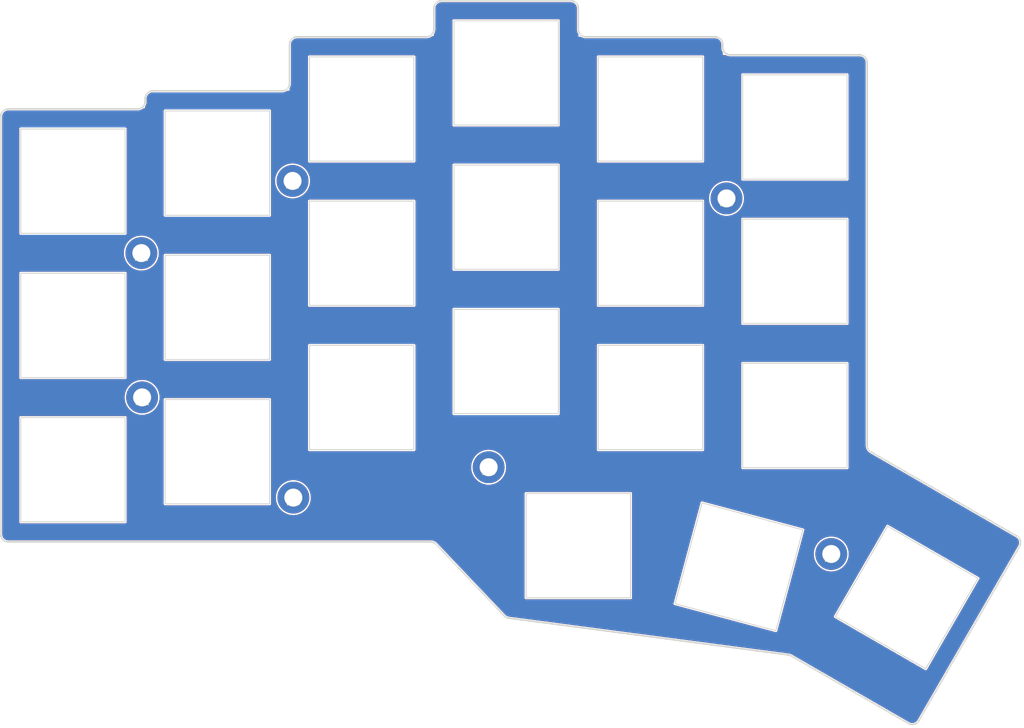
<source format=kicad_pcb>
(kicad_pcb (version 20211014) (generator pcbnew)
  (layers (0 "F.Cu" signal) (31 "B.Cu" signal) (34 "B.Paste" user) (35 "F.Paste" user) (36 "B.SilkS" user "B.Silkscreen") (37 "F.SilkS" user "F.Silkscreen") (38 "B.Mask" user) (39 "F.Mask" user) (44 "Edge.Cuts" user))
  (net 0 "")
  (footprint "kbd:SW_Hole_Plastic" (layer "F.Cu") (at 42.721463 76.099368)
    (fp_text reference "K18" hide)
    (fp_text value "KEYSW" hide)
    (fp_line (start -6.875 -6.875) (end -6.875 6.875) (layer "Edge.Cuts") (width 0.12))
    (fp_line (start 6.875 6.875) (end 6.875 -6.875) (layer "Edge.Cuts") (width 0.12))
    (fp_line (start 6.875 -6.875) (end -6.875 -6.875) (layer "Edge.Cuts") (width 0.12))
    (fp_line (start -6.875 6.875) (end 6.875 6.875) (layer "Edge.Cuts") (width 0.12))
  )
  (footprint "kbd:SW_Hole_Plastic" (layer "F.Cu") (at 118.721463 47.599367)
    (fp_text reference "K21" hide)
    (fp_text value "KEYSW" hide)
    (fp_line (start 6.875 -6.875) (end -6.875 -6.875) (layer "Edge.Cuts") (width 0.12))
    (fp_line (start -6.875 6.875) (end 6.875 6.875) (layer "Edge.Cuts") (width 0.12))
    (fp_line (start -6.875 -6.875) (end -6.875 6.875) (layer "Edge.Cuts") (width 0.12))
    (fp_line (start 6.875 6.875) (end 6.875 -6.875) (layer "Edge.Cuts") (width 0.12))
  )
  (footprint "kbd:SW_Hole_Plastic" (layer "F.Cu") (at 42.721463 57.099368)
    (fp_text reference "K14" hide)
    (fp_text value "KEYSW" hide)
    (fp_line (start -6.875 6.875) (end 6.875 6.875) (layer "Edge.Cuts") (width 0.12))
    (fp_line (start -6.875 -6.875) (end -6.875 6.875) (layer "Edge.Cuts") (width 0.12))
    (fp_line (start 6.875 6.875) (end 6.875 -6.875) (layer "Edge.Cuts") (width 0.12))
    (fp_line (start 6.875 -6.875) (end -6.875 -6.875) (layer "Edge.Cuts") (width 0.12))
  )
  (footprint "kbd:SW_Hole_Plastic" (layer "F.Cu") (at 61.721463 35.724368)
    (fp_text reference "K13" hide)
    (fp_text value "KEYSW" hide)
    (fp_line (start -6.875 6.875) (end 6.875 6.875) (layer "Edge.Cuts") (width 0.12))
    (fp_line (start -6.875 -6.875) (end -6.875 6.875) (layer "Edge.Cuts") (width 0.12))
    (fp_line (start 6.875 6.875) (end 6.875 -6.875) (layer "Edge.Cuts") (width 0.12))
    (fp_line (start 6.875 -6.875) (end -6.875 -6.875) (layer "Edge.Cuts") (width 0.12))
  )
  (footprint "kbd:SW_Hole_Plastic" (layer "F.Cu") (at 152.426296 92.925796 60)
    (fp_text reference "K22" hide)
    (fp_text value "KEYSW" hide)
    (fp_line (start 6.875 -6.875) (end -6.875 -6.875) (layer "Edge.Cuts") (width 0.12))
    (fp_line (start -6.875 6.875) (end 6.875 6.875) (layer "Edge.Cuts") (width 0.12))
    (fp_line (start -6.875 -6.875) (end -6.875 6.875) (layer "Edge.Cuts") (width 0.12))
    (fp_line (start 6.875 6.875) (end 6.875 -6.875) (layer "Edge.Cuts") (width 0.12))
  )
  (footprint "kbd:M2_Hole_TH_mod" (layer "F.Cu") (at 128.721463 40.374367)
    (fp_text reference "H8" (at 0 0.5) (layer "F.SilkS"))
    (fp_text value "MountingHole")
    (fp_circle (center 0 0) (end 1.15 0) (layer "Edge.Cuts") (width 0.1) (fill none))
    (pad "" thru_hole circle (at 0 0) (size 4.2 4.2) (drill 2.3) (layers *.Cu *.Mask))
  )
  (footprint "kbd:SW_Hole_Plastic" (layer "F.Cu") (at 80.721463 66.599368)
    (fp_text reference "K9" hide)
    (fp_text value "KEYSW" hide)
    (fp_line (start 6.875 6.875) (end 6.875 -6.875) (layer "Edge.Cuts") (width 0.12))
    (fp_line (start -6.875 6.875) (end 6.875 6.875) (layer "Edge.Cuts") (width 0.12))
    (fp_line (start 6.875 -6.875) (end -6.875 -6.875) (layer "Edge.Cuts") (width 0.12))
    (fp_line (start -6.875 -6.875) (end -6.875 6.875) (layer "Edge.Cuts") (width 0.12))
  )
  (footprint "kbd:M2_Hole_TH_mod" (layer "F.Cu") (at 71.621463 38.074367)
    (fp_text reference "H4" (at 0 0.5) (layer "F.SilkS"))
    (fp_text value "MountingHole")
    (fp_circle (center 0 0) (end 1.15 0) (layer "Edge.Cuts") (width 0.1) (fill none))
    (pad "" thru_hole circle (at 0 0) (size 4.2 4.2) (drill 2.3) (layers *.Cu *.Mask))
  )
  (footprint "kbd:SW_Hole_Plastic" (layer "F.Cu") (at 130.35654 88.881582 -15)
    (fp_text reference "K1" hide)
    (fp_text value "KEYSW" hide)
    (fp_line (start 6.875 -6.875) (end -6.875 -6.875) (layer "Edge.Cuts") (width 0.12))
    (fp_line (start -6.875 -6.875) (end -6.875 6.875) (layer "Edge.Cuts") (width 0.12))
    (fp_line (start 6.875 6.875) (end 6.875 -6.875) (layer "Edge.Cuts") (width 0.12))
    (fp_line (start -6.875 6.875) (end 6.875 6.875) (layer "Edge.Cuts") (width 0.12))
  )
  (footprint "kbd:SW_Hole_Plastic" (layer "F.Cu") (at 99.721463 23.849368)
    (fp_text reference "K11" hide)
    (fp_text value "KEYSW" hide)
    (fp_line (start -6.875 -6.875) (end -6.875 6.875) (layer "Edge.Cuts") (width 0.12))
    (fp_line (start 6.875 -6.875) (end -6.875 -6.875) (layer "Edge.Cuts") (width 0.12))
    (fp_line (start -6.875 6.875) (end 6.875 6.875) (layer "Edge.Cuts") (width 0.12))
    (fp_line (start 6.875 6.875) (end 6.875 -6.875) (layer "Edge.Cuts") (width 0.12))
  )
  (footprint "kbd:M2_Hole_TH_mod" (layer "F.Cu") (at 51.821463 66.574367)
    (fp_text reference "H2" (at 0 0.5) (layer "F.SilkS"))
    (fp_text value "MountingHole")
    (fp_circle (center 0 0) (end 1.15 0) (layer "Edge.Cuts") (width 0.1) (fill none))
    (pad "" thru_hole circle (at 0 0) (size 4.2 4.2) (drill 2.3) (layers *.Cu *.Mask))
  )
  (footprint "kbd:SW_Hole_Plastic" (layer "F.Cu") (at 42.721463 38.099368)
    (fp_text reference "K7" hide)
    (fp_text value "KEYSW" hide)
    (fp_line (start 6.875 -6.875) (end -6.875 -6.875) (layer "Edge.Cuts") (width 0.12))
    (fp_line (start 6.875 6.875) (end 6.875 -6.875) (layer "Edge.Cuts") (width 0.12))
    (fp_line (start -6.875 -6.875) (end -6.875 6.875) (layer "Edge.Cuts") (width 0.12))
    (fp_line (start -6.875 6.875) (end 6.875 6.875) (layer "Edge.Cuts") (width 0.12))
  )
  (footprint "kbd:SW_Hole_Plastic" (layer "F.Cu") (at 118.721463 66.599367)
    (fp_text reference "K12" hide)
    (fp_text value "KEYSW" hide)
    (fp_line (start 6.875 6.875) (end 6.875 -6.875) (layer "Edge.Cuts") (width 0.12))
    (fp_line (start -6.875 -6.875) (end -6.875 6.875) (layer "Edge.Cuts") (width 0.12))
    (fp_line (start 6.875 -6.875) (end -6.875 -6.875) (layer "Edge.Cuts") (width 0.12))
    (fp_line (start -6.875 6.875) (end 6.875 6.875) (layer "Edge.Cuts") (width 0.12))
  )
  (footprint "kbd:M2_Hole_TH_mod" (layer "F.Cu") (at 51.721463 47.574367)
    (fp_text reference "H1" (at 0 0.5) (layer "F.SilkS"))
    (fp_text value "MountingHole")
    (fp_circle (center 0 0) (end 1.15 0) (layer "Edge.Cuts") (width 0.1) (fill none))
    (pad "" thru_hole circle (at 0 0) (size 4.2 4.2) (drill 2.3) (layers *.Cu *.Mask))
  )
  (footprint "kbd:SW_Hole_Plastic" (layer "F.Cu") (at 118.721463 28.599367)
    (fp_text reference "K16" hide)
    (fp_text value "KEYSW" hide)
    (fp_line (start -6.875 6.875) (end 6.875 6.875) (layer "Edge.Cuts") (width 0.12))
    (fp_line (start -6.875 -6.875) (end -6.875 6.875) (layer "Edge.Cuts") (width 0.12))
    (fp_line (start 6.875 6.875) (end 6.875 -6.875) (layer "Edge.Cuts") (width 0.12))
    (fp_line (start 6.875 -6.875) (end -6.875 -6.875) (layer "Edge.Cuts") (width 0.12))
  )
  (footprint "kbd:SW_Hole_Plastic" (layer "F.Cu") (at 80.721463 47.599368)
    (fp_text reference "K6" hide)
    (fp_text value "KEYSW" hide)
    (fp_line (start 6.875 -6.875) (end -6.875 -6.875) (layer "Edge.Cuts") (width 0.12))
    (fp_line (start -6.875 -6.875) (end -6.875 6.875) (layer "Edge.Cuts") (width 0.12))
    (fp_line (start -6.875 6.875) (end 6.875 6.875) (layer "Edge.Cuts") (width 0.12))
    (fp_line (start 6.875 6.875) (end 6.875 -6.875) (layer "Edge.Cuts") (width 0.12))
  )
  (footprint "kbd:M2_Hole_TH_mod" (layer "F.Cu") (at 97.421463 75.774367)
    (fp_text reference "H6" (at 0 0.5) (layer "F.SilkS"))
    (fp_text value "MountingHole")
    (fp_circle (center 0 0) (end 1.15 0) (layer "Edge.Cuts") (width 0.1) (fill none))
    (pad "" thru_hole circle (at 0 0) (size 4.2 4.2) (drill 2.3) (layers *.Cu *.Mask))
  )
  (footprint "kbd:SW_Hole_Plastic" (layer "F.Cu") (at 109.221463 86.099097)
    (fp_text reference "K5" hide)
    (fp_text value "KEYSW" hide)
    (fp_line (start -6.875 -6.875) (end -6.875 6.875) (layer "Edge.Cuts") (width 0.12))
    (fp_line (start -6.875 6.875) (end 6.875 6.875) (layer "Edge.Cuts") (width 0.12))
    (fp_line (start 6.875 6.875) (end 6.875 -6.875) (layer "Edge.Cuts") (width 0.12))
    (fp_line (start 6.875 -6.875) (end -6.875 -6.875) (layer "Edge.Cuts") (width 0.12))
  )
  (footprint "kbd:SW_Hole_Plastic" (layer "F.Cu") (at 137.721463 49.974367)
    (fp_text reference "K3" hide)
    (fp_text value "KEYSW" hide)
    (fp_line (start 6.875 6.875) (end 6.875 -6.875) (layer "Edge.Cuts") (width 0.12))
    (fp_line (start -6.875 6.875) (end 6.875 6.875) (layer "Edge.Cuts") (width 0.12))
    (fp_line (start -6.875 -6.875) (end -6.875 6.875) (layer "Edge.Cuts") (width 0.12))
    (fp_line (start 6.875 -6.875) (end -6.875 -6.875) (layer "Edge.Cuts") (width 0.12))
  )
  (footprint "kbd:SW_Hole_Plastic" (layer "F.Cu") (at 99.721463 42.849368)
    (fp_text reference "K19" hide)
    (fp_text value "KEYSW" hide)
    (fp_line (start -6.875 -6.875) (end -6.875 6.875) (layer "Edge.Cuts") (width 0.12))
    (fp_line (start 6.875 -6.875) (end -6.875 -6.875) (layer "Edge.Cuts") (width 0.12))
    (fp_line (start 6.875 6.875) (end 6.875 -6.875) (layer "Edge.Cuts") (width 0.12))
    (fp_line (start -6.875 6.875) (end 6.875 6.875) (layer "Edge.Cuts") (width 0.12))
  )
  (footprint "kbd:SW_Hole_Plastic" (layer "F.Cu") (at 61.721463 73.724368)
    (fp_text reference "K8" hide)
    (fp_text value "KEYSW" hide)
    (fp_line (start -6.875 -6.875) (end -6.875 6.875) (layer "Edge.Cuts") (width 0.12))
    (fp_line (start 6.875 -6.875) (end -6.875 -6.875) (layer "Edge.Cuts") (width 0.12))
    (fp_line (start 6.875 6.875) (end 6.875 -6.875) (layer "Edge.Cuts") (width 0.12))
    (fp_line (start -6.875 6.875) (end 6.875 6.875) (layer "Edge.Cuts") (width 0.12))
  )
  (footprint "kbd:M2_Hole_TH_mod" (layer "F.Cu") (at 71.721463 79.774367)
    (fp_text reference "H5" (at 0 0.5) (layer "F.SilkS"))
    (fp_text value "MountingHole")
    (fp_circle (center 0 0) (end 1.15 0) (layer "Edge.Cuts") (width 0.1) (fill none))
    (pad "" thru_hole circle (at 0 0) (size 4.2 4.2) (drill 2.3) (layers *.Cu *.Mask))
  )
  (footprint "kbd:SW_Hole_Plastic" (layer "F.Cu") (at 137.721463 30.974367)
    (fp_text reference "K4" hide)
    (fp_text value "KEYSW" hide)
    (fp_line (start -6.875 6.875) (end 6.875 6.875) (layer "Edge.Cuts") (width 0.12))
    (fp_line (start -6.875 -6.875) (end -6.875 6.875) (layer "Edge.Cuts") (width 0.12))
    (fp_line (start 6.875 6.875) (end 6.875 -6.875) (layer "Edge.Cuts") (width 0.12))
    (fp_line (start 6.875 -6.875) (end -6.875 -6.875) (layer "Edge.Cuts") (width 0.12))
  )
  (footprint "kbd:SW_Hole_Plastic" (layer "F.Cu") (at 137.721463 68.974367)
    (fp_text reference "K2" hide)
    (fp_text value "KEYSW" hide)
    (fp_line (start -6.875 6.875) (end 6.875 6.875) (layer "Edge.Cuts") (width 0.12))
    (fp_line (start -6.875 -6.875) (end -6.875 6.875) (layer "Edge.Cuts") (width 0.12))
    (fp_line (start 6.875 6.875) (end 6.875 -6.875) (layer "Edge.Cuts") (width 0.12))
    (fp_line (start 6.875 -6.875) (end -6.875 -6.875) (layer "Edge.Cuts") (width 0.12))
  )
  (footprint "kbd:SW_Hole_Plastic" (layer "F.Cu") (at 99.721463 61.849368)
    (fp_text reference "K15" hide)
    (fp_text value "KEYSW" hide)
    (fp_line (start -6.875 -6.875) (end -6.875 6.875) (layer "Edge.Cuts") (width 0.12))
    (fp_line (start -6.875 6.875) (end 6.875 6.875) (layer "Edge.Cuts") (width 0.12))
    (fp_line (start 6.875 -6.875) (end -6.875 -6.875) (layer "Edge.Cuts") (width 0.12))
    (fp_line (start 6.875 6.875) (end 6.875 -6.875) (layer "Edge.Cuts") (width 0.12))
  )
  (footprint "kbd:M2_Hole_TH_mod" (layer "F.Cu") (at 142.507505 87.19918)
    (fp_text reference "H9" (at 0 0.5) (layer "F.SilkS"))
    (fp_text value "MountingHole")
    (fp_circle (center 0 0) (end 1.15 0) (layer "Edge.Cuts") (width 0.1) (fill none))
    (pad "" thru_hole circle (at 0 0) (size 4.2 4.2) (drill 2.3) (layers *.Cu *.Mask))
  )
  (footprint "kbd:SW_Hole_Plastic" (layer "F.Cu") (at 61.721463 54.724368)
    (fp_text reference "K17" hide)
    (fp_text value "KEYSW" hide)
    (fp_line (start 6.875 -6.875) (end -6.875 -6.875) (layer "Edge.Cuts") (width 0.12))
    (fp_line (start -6.875 6.875) (end 6.875 6.875) (layer "Edge.Cuts") (width 0.12))
    (fp_line (start -6.875 -6.875) (end -6.875 6.875) (layer "Edge.Cuts") (width 0.12))
    (fp_line (start 6.875 6.875) (end 6.875 -6.875) (layer "Edge.Cuts") (width 0.12))
  )
  (footprint "kbd:SW_Hole_Plastic" (layer "F.Cu") (at 80.721463 28.599368)
    (fp_text reference "K20" hide)
    (fp_text value "KEYSW" hide)
    (fp_line (start -6.875 6.875) (end 6.875 6.875) (layer "Edge.Cuts") (width 0.12))
    (fp_line (start 6.875 -6.875) (end -6.875 -6.875) (layer "Edge.Cuts") (width 0.12))
    (fp_line (start 6.875 6.875) (end 6.875 -6.875) (layer "Edge.Cuts") (width 0.12))
    (fp_line (start -6.875 -6.875) (end -6.875 6.875) (layer "Edge.Cuts") (width 0.12))
  )
  (gr_arc (start 89.796623 85.599367) (mid 90.187009 85.679623) (end 90.514076 85.907372) (layer "Edge.Cuts") (width 0.2))
  (gr_arc (start 166.912511 84.834934) (mid 167.378437 85.442141) (end 167.278537 86.20096) (layer "Edge.Cuts") (width 0.2))
  (gr_arc (start 90.221463 18.099368) (mid 89.92857 18.806475) (end 89.221463 19.099368) (layer "Edge.Cuts") (width 0.2))
  (gr_line (start 52.221463 27.599368) (end 52.221463 27.224367) (layer "Edge.Cuts") (width 0.2))
  (gr_line (start 99.480311 95.345258) (end 90.514076 85.907372) (layer "Edge.Cuts") (width 0.2))
  (gr_line (start 147.721463 73.754978) (end 166.912511 84.834934) (layer "Edge.Cuts") (width 0.2))
  (gr_line (start 147.221463 22.474368) (end 147.221463 72.888952) (layer "Edge.Cuts") (width 0.2))
  (gr_arc (start 71.221463 25.224368) (mid 70.92857 25.931475) (end 70.221463 26.224368) (layer "Edge.Cuts") (width 0.2))
  (gr_line (start 71.221463 25.224368) (end 71.221463 20.099368) (layer "Edge.Cuts") (width 0.2))
  (gr_arc (start 146.221463 21.474368) (mid 146.92857 21.767261) (end 147.221463 22.474368) (layer "Edge.Cuts") (width 0.2))
  (gr_arc (start 108.221463 14.349368) (mid 108.92857 14.642261) (end 109.221463 15.349368) (layer "Edge.Cuts") (width 0.2))
  (gr_line (start 110.221463 19.099367) (end 127.221463 19.099367) (layer "Edge.Cuts") (width 0.2))
  (gr_line (start 89.796623 85.599366) (end 51.221463 85.599366) (layer "Edge.Cuts") (width 0.2))
  (gr_line (start 152.662511 109.516658) (end 137.244527 100.615081) (layer "Edge.Cuts") (width 0.2))
  (gr_arc (start 110.221462 19.099368) (mid 109.514356 18.806474) (end 109.221463 18.099367) (layer "Edge.Cuts") (width 0.2))
  (gr_line (start 33.221463 84.609762) (end 33.221463 41.849368) (layer "Edge.Cuts") (width 0.2))
  (gr_arc (start 34.211068 85.599367) (mid 33.511312 85.309518) (end 33.221463 84.609762) (layer "Edge.Cuts") (width 0.2))
  (gr_line (start 51.221463 85.599366) (end 34.211068 85.599366) (layer "Edge.Cuts") (width 0.2))
  (gr_arc (start 52.221463 27.224368) (mid 52.514356 26.517261) (end 53.221463 26.224368) (layer "Edge.Cuts") (width 0.2))
  (gr_line (start 53.221463 26.224368) (end 70.221463 26.224368) (layer "Edge.Cuts") (width 0.2))
  (gr_arc (start 129.221463 21.474367) (mid 128.514356 21.181474) (end 128.221463 20.474367) (layer "Edge.Cuts") (width 0.2))
  (gr_arc (start 52.221466 27.599371) (mid 51.928571 28.306477) (end 51.221463 28.599368) (layer "Edge.Cuts") (width 0.2))
  (gr_arc (start 90.221463 15.349368) (mid 90.514356 14.642261) (end 91.221463 14.349368) (layer "Edge.Cuts") (width 0.2))
  (gr_arc (start 127.221463 19.099367) (mid 127.92857 19.39226) (end 128.221463 20.099367) (layer "Edge.Cuts") (width 0.2))
  (gr_arc (start 100.068595 95.644797) (mid 99.748739 95.545528) (end 99.480311 95.345258) (layer "Edge.Cuts") (width 0.2))
  (gr_line (start 136.878894 100.490965) (end 100.068595 95.644797) (layer "Edge.Cuts") (width 0.2))
  (gr_line (start 33.221463 41.849368) (end 33.221464 29.599368) (layer "Edge.Cuts") (width 0.2))
  (gr_line (start 109.221463 15.349368) (end 109.221463 18.099367) (layer "Edge.Cuts") (width 0.2))
  (gr_line (start 128.221463 20.099367) (end 128.221463 20.474367) (layer "Edge.Cuts") (width 0.2))
  (gr_arc (start 33.221464 29.599368) (mid 33.514357 28.892261) (end 34.221464 28.599368) (layer "Edge.Cuts") (width 0.2))
  (gr_line (start 129.221463 21.474367) (end 146.221463 21.474368) (layer "Edge.Cuts") (width 0.2))
  (gr_line (start 167.278537 86.20096) (end 154.028537 109.150633) (layer "Edge.Cuts") (width 0.2))
  (gr_arc (start 136.878894 100.490965) (mid 137.067823 100.535017) (end 137.244527 100.615081) (layer "Edge.Cuts") (width 0.2))
  (gr_arc (start 147.721463 73.754977) (mid 147.355438 73.388952) (end 147.221463 72.888952) (layer "Edge.Cuts") (width 0.2))
  (gr_arc (start 71.221462 20.099368) (mid 71.514356 19.392261) (end 72.221463 19.099367) (layer "Edge.Cuts") (width 0.2))
  (gr_line (start 90.221463 18.099368) (end 90.221463 15.349368) (layer "Edge.Cuts") (width 0.2))
  (gr_line (start 91.221463 14.349368) (end 108.221463 14.349368) (layer "Edge.Cuts") (width 0.2))
  (gr_line (start 72.221463 19.099367) (end 89.221463 19.099368) (layer "Edge.Cuts") (width 0.2))
  (gr_arc (start 154.028536 109.150633) (mid 153.42133 109.616559) (end 152.662511 109.516658) (layer "Edge.Cuts") (width 0.2))
  (gr_line (start 34.221464 28.599368) (end 51.221463 28.599368) (layer "Edge.Cuts") (width 0.2))
  (zone (net 0) (net_name "") (layers F&B.Cu) (priority 1) (connect_pads (clearance 0.2)) (min_thickness 0.25) (fill yes (thermal_gap 0.5) (thermal_bridge_width 0.5))
    (polygon (pts (xy 109.221463 19.104952) (xy 128.221463 19.104952) (xy 128.221463 21.504952) (xy 147.221463 21.504952) (xy 147.221463 23.804952) (xy 147.721464 73.349367) (xy 167.821463 85.204952) (xy 153.421463 109.904952) (xy 137.021463 100.504952) (xy 99.721463 95.504952) (xy 90.121463 85.504952) (xy 33.221463 85.604952) (xy 33.221463 28.504952) (xy 52.221463 28.504952) (xy 52.221463 26.204952) (xy 71.221463 26.204952) (xy 71.221463 19.004952) (xy 90.221463 19.004952) (xy 90.221463 14.304952) (xy 109.221463 14.304952)))
  )
)
</source>
